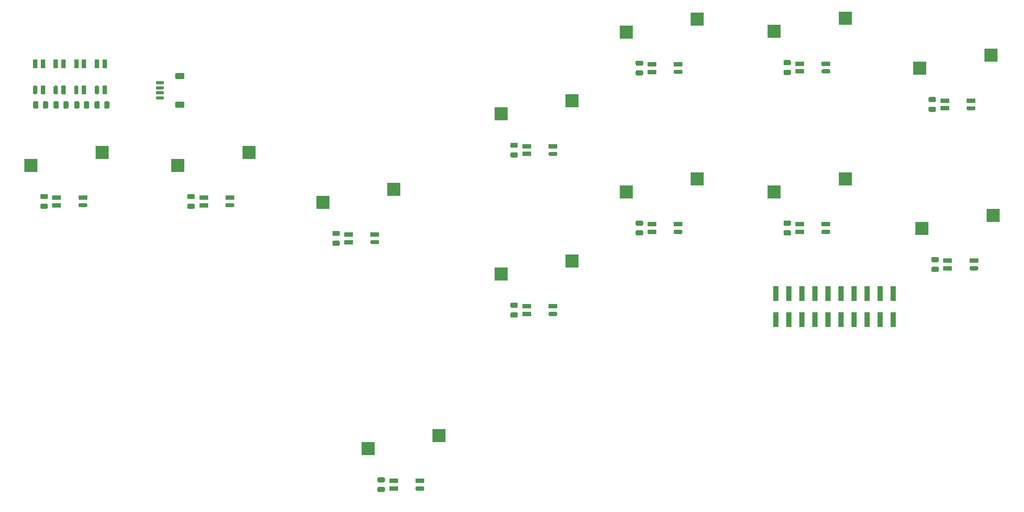
<source format=gbp>
G04 #@! TF.GenerationSoftware,KiCad,Pcbnew,(5.1.9)-1*
G04 #@! TF.CreationDate,2021-09-13T12:17:35-05:00*
G04 #@! TF.ProjectId,OSFRD,4f534652-442e-46b6-9963-61645f706362,rev?*
G04 #@! TF.SameCoordinates,Original*
G04 #@! TF.FileFunction,Paste,Bot*
G04 #@! TF.FilePolarity,Positive*
%FSLAX46Y46*%
G04 Gerber Fmt 4.6, Leading zero omitted, Abs format (unit mm)*
G04 Created by KiCad (PCBNEW (5.1.9)-1) date 2021-09-13 12:17:35*
%MOMM*%
%LPD*%
G01*
G04 APERTURE LIST*
%ADD10R,1.000000X3.000000*%
%ADD11R,0.820000X1.700000*%
%ADD12R,2.550000X2.500000*%
%ADD13R,1.700000X0.820000*%
G04 APERTURE END LIST*
D10*
X204260000Y-94710000D03*
X204260000Y-89670000D03*
X206800000Y-94710000D03*
X206800000Y-89670000D03*
X209340000Y-94710000D03*
X209340000Y-89670000D03*
X211880000Y-94710000D03*
X211880000Y-89670000D03*
X214420000Y-94710000D03*
X214420000Y-89670000D03*
X216960000Y-94710000D03*
X216960000Y-89670000D03*
X219500000Y-94710000D03*
X219500000Y-89670000D03*
X222040000Y-94710000D03*
X222040000Y-89670000D03*
X224580000Y-94710000D03*
X224580000Y-89670000D03*
X227120000Y-94710000D03*
X227120000Y-89670000D03*
G36*
G01*
X72550000Y-52375000D02*
X72550000Y-53325000D01*
G75*
G02*
X72300000Y-53575000I-250000J0D01*
G01*
X71800000Y-53575000D01*
G75*
G02*
X71550000Y-53325000I0J250000D01*
G01*
X71550000Y-52375000D01*
G75*
G02*
X71800000Y-52125000I250000J0D01*
G01*
X72300000Y-52125000D01*
G75*
G02*
X72550000Y-52375000I0J-250000D01*
G01*
G37*
G36*
G01*
X74450000Y-52375000D02*
X74450000Y-53325000D01*
G75*
G02*
X74200000Y-53575000I-250000J0D01*
G01*
X73700000Y-53575000D01*
G75*
G02*
X73450000Y-53325000I0J250000D01*
G01*
X73450000Y-52375000D01*
G75*
G02*
X73700000Y-52125000I250000J0D01*
G01*
X74200000Y-52125000D01*
G75*
G02*
X74450000Y-52375000I0J-250000D01*
G01*
G37*
G36*
G01*
X68600000Y-52375000D02*
X68600000Y-53325000D01*
G75*
G02*
X68350000Y-53575000I-250000J0D01*
G01*
X67850000Y-53575000D01*
G75*
G02*
X67600000Y-53325000I0J250000D01*
G01*
X67600000Y-52375000D01*
G75*
G02*
X67850000Y-52125000I250000J0D01*
G01*
X68350000Y-52125000D01*
G75*
G02*
X68600000Y-52375000I0J-250000D01*
G01*
G37*
G36*
G01*
X70500000Y-52375000D02*
X70500000Y-53325000D01*
G75*
G02*
X70250000Y-53575000I-250000J0D01*
G01*
X69750000Y-53575000D01*
G75*
G02*
X69500000Y-53325000I0J250000D01*
G01*
X69500000Y-52375000D01*
G75*
G02*
X69750000Y-52125000I250000J0D01*
G01*
X70250000Y-52125000D01*
G75*
G02*
X70500000Y-52375000I0J-250000D01*
G01*
G37*
G36*
G01*
X64575000Y-52375000D02*
X64575000Y-53325000D01*
G75*
G02*
X64325000Y-53575000I-250000J0D01*
G01*
X63825000Y-53575000D01*
G75*
G02*
X63575000Y-53325000I0J250000D01*
G01*
X63575000Y-52375000D01*
G75*
G02*
X63825000Y-52125000I250000J0D01*
G01*
X64325000Y-52125000D01*
G75*
G02*
X64575000Y-52375000I0J-250000D01*
G01*
G37*
G36*
G01*
X66475000Y-52375000D02*
X66475000Y-53325000D01*
G75*
G02*
X66225000Y-53575000I-250000J0D01*
G01*
X65725000Y-53575000D01*
G75*
G02*
X65475000Y-53325000I0J250000D01*
G01*
X65475000Y-52375000D01*
G75*
G02*
X65725000Y-52125000I250000J0D01*
G01*
X66225000Y-52125000D01*
G75*
G02*
X66475000Y-52375000I0J-250000D01*
G01*
G37*
G36*
G01*
X60600000Y-52375000D02*
X60600000Y-53325000D01*
G75*
G02*
X60350000Y-53575000I-250000J0D01*
G01*
X59850000Y-53575000D01*
G75*
G02*
X59600000Y-53325000I0J250000D01*
G01*
X59600000Y-52375000D01*
G75*
G02*
X59850000Y-52125000I250000J0D01*
G01*
X60350000Y-52125000D01*
G75*
G02*
X60600000Y-52375000I0J-250000D01*
G01*
G37*
G36*
G01*
X62500000Y-52375000D02*
X62500000Y-53325000D01*
G75*
G02*
X62250000Y-53575000I-250000J0D01*
G01*
X61750000Y-53575000D01*
G75*
G02*
X61500000Y-53325000I0J250000D01*
G01*
X61500000Y-52375000D01*
G75*
G02*
X61750000Y-52125000I250000J0D01*
G01*
X62250000Y-52125000D01*
G75*
G02*
X62500000Y-52375000I0J-250000D01*
G01*
G37*
G36*
G01*
X234810000Y-84410000D02*
X235760000Y-84410000D01*
G75*
G02*
X236010000Y-84660000I0J-250000D01*
G01*
X236010000Y-85160000D01*
G75*
G02*
X235760000Y-85410000I-250000J0D01*
G01*
X234810000Y-85410000D01*
G75*
G02*
X234560000Y-85160000I0J250000D01*
G01*
X234560000Y-84660000D01*
G75*
G02*
X234810000Y-84410000I250000J0D01*
G01*
G37*
G36*
G01*
X234810000Y-82510000D02*
X235760000Y-82510000D01*
G75*
G02*
X236010000Y-82760000I0J-250000D01*
G01*
X236010000Y-83260000D01*
G75*
G02*
X235760000Y-83510000I-250000J0D01*
G01*
X234810000Y-83510000D01*
G75*
G02*
X234560000Y-83260000I0J250000D01*
G01*
X234560000Y-82760000D01*
G75*
G02*
X234810000Y-82510000I250000J0D01*
G01*
G37*
G36*
G01*
X206010000Y-77310000D02*
X206960000Y-77310000D01*
G75*
G02*
X207210000Y-77560000I0J-250000D01*
G01*
X207210000Y-78060000D01*
G75*
G02*
X206960000Y-78310000I-250000J0D01*
G01*
X206010000Y-78310000D01*
G75*
G02*
X205760000Y-78060000I0J250000D01*
G01*
X205760000Y-77560000D01*
G75*
G02*
X206010000Y-77310000I250000J0D01*
G01*
G37*
G36*
G01*
X206010000Y-75410000D02*
X206960000Y-75410000D01*
G75*
G02*
X207210000Y-75660000I0J-250000D01*
G01*
X207210000Y-76160000D01*
G75*
G02*
X206960000Y-76410000I-250000J0D01*
G01*
X206010000Y-76410000D01*
G75*
G02*
X205760000Y-76160000I0J250000D01*
G01*
X205760000Y-75660000D01*
G75*
G02*
X206010000Y-75410000I250000J0D01*
G01*
G37*
G36*
G01*
X177210000Y-77310000D02*
X178160000Y-77310000D01*
G75*
G02*
X178410000Y-77560000I0J-250000D01*
G01*
X178410000Y-78060000D01*
G75*
G02*
X178160000Y-78310000I-250000J0D01*
G01*
X177210000Y-78310000D01*
G75*
G02*
X176960000Y-78060000I0J250000D01*
G01*
X176960000Y-77560000D01*
G75*
G02*
X177210000Y-77310000I250000J0D01*
G01*
G37*
G36*
G01*
X177210000Y-75410000D02*
X178160000Y-75410000D01*
G75*
G02*
X178410000Y-75660000I0J-250000D01*
G01*
X178410000Y-76160000D01*
G75*
G02*
X178160000Y-76410000I-250000J0D01*
G01*
X177210000Y-76410000D01*
G75*
G02*
X176960000Y-76160000I0J250000D01*
G01*
X176960000Y-75660000D01*
G75*
G02*
X177210000Y-75410000I250000J0D01*
G01*
G37*
G36*
G01*
X152810000Y-93310000D02*
X153760000Y-93310000D01*
G75*
G02*
X154010000Y-93560000I0J-250000D01*
G01*
X154010000Y-94060000D01*
G75*
G02*
X153760000Y-94310000I-250000J0D01*
G01*
X152810000Y-94310000D01*
G75*
G02*
X152560000Y-94060000I0J250000D01*
G01*
X152560000Y-93560000D01*
G75*
G02*
X152810000Y-93310000I250000J0D01*
G01*
G37*
G36*
G01*
X152810000Y-91410000D02*
X153760000Y-91410000D01*
G75*
G02*
X154010000Y-91660000I0J-250000D01*
G01*
X154010000Y-92160000D01*
G75*
G02*
X153760000Y-92410000I-250000J0D01*
G01*
X152810000Y-92410000D01*
G75*
G02*
X152560000Y-92160000I0J250000D01*
G01*
X152560000Y-91660000D01*
G75*
G02*
X152810000Y-91410000I250000J0D01*
G01*
G37*
G36*
G01*
X234260000Y-53210000D02*
X235210000Y-53210000D01*
G75*
G02*
X235460000Y-53460000I0J-250000D01*
G01*
X235460000Y-53960000D01*
G75*
G02*
X235210000Y-54210000I-250000J0D01*
G01*
X234260000Y-54210000D01*
G75*
G02*
X234010000Y-53960000I0J250000D01*
G01*
X234010000Y-53460000D01*
G75*
G02*
X234260000Y-53210000I250000J0D01*
G01*
G37*
G36*
G01*
X234260000Y-51310000D02*
X235210000Y-51310000D01*
G75*
G02*
X235460000Y-51560000I0J-250000D01*
G01*
X235460000Y-52060000D01*
G75*
G02*
X235210000Y-52310000I-250000J0D01*
G01*
X234260000Y-52310000D01*
G75*
G02*
X234010000Y-52060000I0J250000D01*
G01*
X234010000Y-51560000D01*
G75*
G02*
X234260000Y-51310000I250000J0D01*
G01*
G37*
G36*
G01*
X206010000Y-46010000D02*
X206960000Y-46010000D01*
G75*
G02*
X207210000Y-46260000I0J-250000D01*
G01*
X207210000Y-46760000D01*
G75*
G02*
X206960000Y-47010000I-250000J0D01*
G01*
X206010000Y-47010000D01*
G75*
G02*
X205760000Y-46760000I0J250000D01*
G01*
X205760000Y-46260000D01*
G75*
G02*
X206010000Y-46010000I250000J0D01*
G01*
G37*
G36*
G01*
X206010000Y-44110000D02*
X206960000Y-44110000D01*
G75*
G02*
X207210000Y-44360000I0J-250000D01*
G01*
X207210000Y-44860000D01*
G75*
G02*
X206960000Y-45110000I-250000J0D01*
G01*
X206010000Y-45110000D01*
G75*
G02*
X205760000Y-44860000I0J250000D01*
G01*
X205760000Y-44360000D01*
G75*
G02*
X206010000Y-44110000I250000J0D01*
G01*
G37*
G36*
G01*
X177210000Y-46110000D02*
X178160000Y-46110000D01*
G75*
G02*
X178410000Y-46360000I0J-250000D01*
G01*
X178410000Y-46860000D01*
G75*
G02*
X178160000Y-47110000I-250000J0D01*
G01*
X177210000Y-47110000D01*
G75*
G02*
X176960000Y-46860000I0J250000D01*
G01*
X176960000Y-46360000D01*
G75*
G02*
X177210000Y-46110000I250000J0D01*
G01*
G37*
G36*
G01*
X177210000Y-44210000D02*
X178160000Y-44210000D01*
G75*
G02*
X178410000Y-44460000I0J-250000D01*
G01*
X178410000Y-44960000D01*
G75*
G02*
X178160000Y-45210000I-250000J0D01*
G01*
X177210000Y-45210000D01*
G75*
G02*
X176960000Y-44960000I0J250000D01*
G01*
X176960000Y-44460000D01*
G75*
G02*
X177210000Y-44210000I250000J0D01*
G01*
G37*
G36*
G01*
X152810000Y-62110000D02*
X153760000Y-62110000D01*
G75*
G02*
X154010000Y-62360000I0J-250000D01*
G01*
X154010000Y-62860000D01*
G75*
G02*
X153760000Y-63110000I-250000J0D01*
G01*
X152810000Y-63110000D01*
G75*
G02*
X152560000Y-62860000I0J250000D01*
G01*
X152560000Y-62360000D01*
G75*
G02*
X152810000Y-62110000I250000J0D01*
G01*
G37*
G36*
G01*
X152810000Y-60210000D02*
X153760000Y-60210000D01*
G75*
G02*
X154010000Y-60460000I0J-250000D01*
G01*
X154010000Y-60960000D01*
G75*
G02*
X153760000Y-61210000I-250000J0D01*
G01*
X152810000Y-61210000D01*
G75*
G02*
X152560000Y-60960000I0J250000D01*
G01*
X152560000Y-60460000D01*
G75*
G02*
X152810000Y-60210000I250000J0D01*
G01*
G37*
G36*
G01*
X118115000Y-79310000D02*
X119065000Y-79310000D01*
G75*
G02*
X119315000Y-79560000I0J-250000D01*
G01*
X119315000Y-80060000D01*
G75*
G02*
X119065000Y-80310000I-250000J0D01*
G01*
X118115000Y-80310000D01*
G75*
G02*
X117865000Y-80060000I0J250000D01*
G01*
X117865000Y-79560000D01*
G75*
G02*
X118115000Y-79310000I250000J0D01*
G01*
G37*
G36*
G01*
X118115000Y-77410000D02*
X119065000Y-77410000D01*
G75*
G02*
X119315000Y-77660000I0J-250000D01*
G01*
X119315000Y-78160000D01*
G75*
G02*
X119065000Y-78410000I-250000J0D01*
G01*
X118115000Y-78410000D01*
G75*
G02*
X117865000Y-78160000I0J250000D01*
G01*
X117865000Y-77660000D01*
G75*
G02*
X118115000Y-77410000I250000J0D01*
G01*
G37*
G36*
G01*
X61245000Y-72110000D02*
X62195000Y-72110000D01*
G75*
G02*
X62445000Y-72360000I0J-250000D01*
G01*
X62445000Y-72860000D01*
G75*
G02*
X62195000Y-73110000I-250000J0D01*
G01*
X61245000Y-73110000D01*
G75*
G02*
X60995000Y-72860000I0J250000D01*
G01*
X60995000Y-72360000D01*
G75*
G02*
X61245000Y-72110000I250000J0D01*
G01*
G37*
G36*
G01*
X61245000Y-70210000D02*
X62195000Y-70210000D01*
G75*
G02*
X62445000Y-70460000I0J-250000D01*
G01*
X62445000Y-70960000D01*
G75*
G02*
X62195000Y-71210000I-250000J0D01*
G01*
X61245000Y-71210000D01*
G75*
G02*
X60995000Y-70960000I0J250000D01*
G01*
X60995000Y-70460000D01*
G75*
G02*
X61245000Y-70210000I250000J0D01*
G01*
G37*
G36*
G01*
X89880000Y-72110000D02*
X90830000Y-72110000D01*
G75*
G02*
X91080000Y-72360000I0J-250000D01*
G01*
X91080000Y-72860000D01*
G75*
G02*
X90830000Y-73110000I-250000J0D01*
G01*
X89880000Y-73110000D01*
G75*
G02*
X89630000Y-72860000I0J250000D01*
G01*
X89630000Y-72360000D01*
G75*
G02*
X89880000Y-72110000I250000J0D01*
G01*
G37*
G36*
G01*
X89880000Y-70210000D02*
X90830000Y-70210000D01*
G75*
G02*
X91080000Y-70460000I0J-250000D01*
G01*
X91080000Y-70960000D01*
G75*
G02*
X90830000Y-71210000I-250000J0D01*
G01*
X89880000Y-71210000D01*
G75*
G02*
X89630000Y-70960000I0J250000D01*
G01*
X89630000Y-70460000D01*
G75*
G02*
X89880000Y-70210000I250000J0D01*
G01*
G37*
G36*
G01*
X126915000Y-127340000D02*
X127865000Y-127340000D01*
G75*
G02*
X128115000Y-127590000I0J-250000D01*
G01*
X128115000Y-128090000D01*
G75*
G02*
X127865000Y-128340000I-250000J0D01*
G01*
X126915000Y-128340000D01*
G75*
G02*
X126665000Y-128090000I0J250000D01*
G01*
X126665000Y-127590000D01*
G75*
G02*
X126915000Y-127340000I250000J0D01*
G01*
G37*
G36*
G01*
X126915000Y-125440000D02*
X127865000Y-125440000D01*
G75*
G02*
X128115000Y-125690000I0J-250000D01*
G01*
X128115000Y-126190000D01*
G75*
G02*
X127865000Y-126440000I-250000J0D01*
G01*
X126915000Y-126440000D01*
G75*
G02*
X126665000Y-126190000I0J250000D01*
G01*
X126665000Y-125690000D01*
G75*
G02*
X126915000Y-125440000I250000J0D01*
G01*
G37*
G36*
G01*
X71795000Y-49100000D02*
X72205000Y-49100000D01*
G75*
G02*
X72410000Y-49305000I0J-205000D01*
G01*
X72410000Y-50595000D01*
G75*
G02*
X72205000Y-50800000I-205000J0D01*
G01*
X71795000Y-50800000D01*
G75*
G02*
X71590000Y-50595000I0J205000D01*
G01*
X71590000Y-49305000D01*
G75*
G02*
X71795000Y-49100000I205000J0D01*
G01*
G37*
D11*
X73500000Y-49950000D03*
X72000000Y-44850000D03*
X73500000Y-44850000D03*
G36*
G01*
X67795000Y-49100000D02*
X68205000Y-49100000D01*
G75*
G02*
X68410000Y-49305000I0J-205000D01*
G01*
X68410000Y-50595000D01*
G75*
G02*
X68205000Y-50800000I-205000J0D01*
G01*
X67795000Y-50800000D01*
G75*
G02*
X67590000Y-50595000I0J205000D01*
G01*
X67590000Y-49305000D01*
G75*
G02*
X67795000Y-49100000I205000J0D01*
G01*
G37*
X69500000Y-49950000D03*
X68000000Y-44850000D03*
X69500000Y-44850000D03*
G36*
G01*
X63795000Y-49100000D02*
X64205000Y-49100000D01*
G75*
G02*
X64410000Y-49305000I0J-205000D01*
G01*
X64410000Y-50595000D01*
G75*
G02*
X64205000Y-50800000I-205000J0D01*
G01*
X63795000Y-50800000D01*
G75*
G02*
X63590000Y-50595000I0J205000D01*
G01*
X63590000Y-49305000D01*
G75*
G02*
X63795000Y-49100000I205000J0D01*
G01*
G37*
X65500000Y-49950000D03*
X64000000Y-44850000D03*
X65500000Y-44850000D03*
G36*
G01*
X59795000Y-49100000D02*
X60205000Y-49100000D01*
G75*
G02*
X60410000Y-49305000I0J-205000D01*
G01*
X60410000Y-50595000D01*
G75*
G02*
X60205000Y-50800000I-205000J0D01*
G01*
X59795000Y-50800000D01*
G75*
G02*
X59590000Y-50595000I0J205000D01*
G01*
X59590000Y-49305000D01*
G75*
G02*
X59795000Y-49100000I205000J0D01*
G01*
G37*
X61500000Y-49950000D03*
X60000000Y-44850000D03*
X61500000Y-44850000D03*
G36*
G01*
X87504999Y-52210000D02*
X88805001Y-52210000D01*
G75*
G02*
X89055000Y-52459999I0J-249999D01*
G01*
X89055000Y-53160001D01*
G75*
G02*
X88805001Y-53410000I-249999J0D01*
G01*
X87504999Y-53410000D01*
G75*
G02*
X87255000Y-53160001I0J249999D01*
G01*
X87255000Y-52459999D01*
G75*
G02*
X87504999Y-52210000I249999J0D01*
G01*
G37*
G36*
G01*
X87504999Y-46610000D02*
X88805001Y-46610000D01*
G75*
G02*
X89055000Y-46859999I0J-249999D01*
G01*
X89055000Y-47560001D01*
G75*
G02*
X88805001Y-47810000I-249999J0D01*
G01*
X87504999Y-47810000D01*
G75*
G02*
X87255000Y-47560001I0J249999D01*
G01*
X87255000Y-46859999D01*
G75*
G02*
X87504999Y-46610000I249999J0D01*
G01*
G37*
G36*
G01*
X83655000Y-51210000D02*
X84905000Y-51210000D01*
G75*
G02*
X85055000Y-51360000I0J-150000D01*
G01*
X85055000Y-51660000D01*
G75*
G02*
X84905000Y-51810000I-150000J0D01*
G01*
X83655000Y-51810000D01*
G75*
G02*
X83505000Y-51660000I0J150000D01*
G01*
X83505000Y-51360000D01*
G75*
G02*
X83655000Y-51210000I150000J0D01*
G01*
G37*
G36*
G01*
X83655000Y-50210000D02*
X84905000Y-50210000D01*
G75*
G02*
X85055000Y-50360000I0J-150000D01*
G01*
X85055000Y-50660000D01*
G75*
G02*
X84905000Y-50810000I-150000J0D01*
G01*
X83655000Y-50810000D01*
G75*
G02*
X83505000Y-50660000I0J150000D01*
G01*
X83505000Y-50360000D01*
G75*
G02*
X83655000Y-50210000I150000J0D01*
G01*
G37*
G36*
G01*
X83655000Y-49210000D02*
X84905000Y-49210000D01*
G75*
G02*
X85055000Y-49360000I0J-150000D01*
G01*
X85055000Y-49660000D01*
G75*
G02*
X84905000Y-49810000I-150000J0D01*
G01*
X83655000Y-49810000D01*
G75*
G02*
X83505000Y-49660000I0J150000D01*
G01*
X83505000Y-49360000D01*
G75*
G02*
X83655000Y-49210000I150000J0D01*
G01*
G37*
G36*
G01*
X83655000Y-48210000D02*
X84905000Y-48210000D01*
G75*
G02*
X85055000Y-48360000I0J-150000D01*
G01*
X85055000Y-48660000D01*
G75*
G02*
X84905000Y-48810000I-150000J0D01*
G01*
X83655000Y-48810000D01*
G75*
G02*
X83505000Y-48660000I0J150000D01*
G01*
X83505000Y-48360000D01*
G75*
G02*
X83655000Y-48210000I150000J0D01*
G01*
G37*
D12*
X150725000Y-85820000D03*
X164575000Y-83280000D03*
G36*
G01*
X241985000Y-84915000D02*
X241985000Y-84505000D01*
G75*
G02*
X242190000Y-84300000I205000J0D01*
G01*
X243480000Y-84300000D01*
G75*
G02*
X243685000Y-84505000I0J-205000D01*
G01*
X243685000Y-84915000D01*
G75*
G02*
X243480000Y-85120000I-205000J0D01*
G01*
X242190000Y-85120000D01*
G75*
G02*
X241985000Y-84915000I0J205000D01*
G01*
G37*
D13*
X242835000Y-83210000D03*
X237735000Y-84710000D03*
X237735000Y-83210000D03*
G36*
G01*
X213185000Y-77815000D02*
X213185000Y-77405000D01*
G75*
G02*
X213390000Y-77200000I205000J0D01*
G01*
X214680000Y-77200000D01*
G75*
G02*
X214885000Y-77405000I0J-205000D01*
G01*
X214885000Y-77815000D01*
G75*
G02*
X214680000Y-78020000I-205000J0D01*
G01*
X213390000Y-78020000D01*
G75*
G02*
X213185000Y-77815000I0J205000D01*
G01*
G37*
X214035000Y-76110000D03*
X208935000Y-77610000D03*
X208935000Y-76110000D03*
G36*
G01*
X184385000Y-77815000D02*
X184385000Y-77405000D01*
G75*
G02*
X184590000Y-77200000I205000J0D01*
G01*
X185880000Y-77200000D01*
G75*
G02*
X186085000Y-77405000I0J-205000D01*
G01*
X186085000Y-77815000D01*
G75*
G02*
X185880000Y-78020000I-205000J0D01*
G01*
X184590000Y-78020000D01*
G75*
G02*
X184385000Y-77815000I0J205000D01*
G01*
G37*
X185235000Y-76110000D03*
X180135000Y-77610000D03*
X180135000Y-76110000D03*
G36*
G01*
X159985000Y-93815000D02*
X159985000Y-93405000D01*
G75*
G02*
X160190000Y-93200000I205000J0D01*
G01*
X161480000Y-93200000D01*
G75*
G02*
X161685000Y-93405000I0J-205000D01*
G01*
X161685000Y-93815000D01*
G75*
G02*
X161480000Y-94020000I-205000J0D01*
G01*
X160190000Y-94020000D01*
G75*
G02*
X159985000Y-93815000I0J205000D01*
G01*
G37*
X160835000Y-92110000D03*
X155735000Y-93610000D03*
X155735000Y-92110000D03*
G36*
G01*
X241435000Y-53715000D02*
X241435000Y-53305000D01*
G75*
G02*
X241640000Y-53100000I205000J0D01*
G01*
X242930000Y-53100000D01*
G75*
G02*
X243135000Y-53305000I0J-205000D01*
G01*
X243135000Y-53715000D01*
G75*
G02*
X242930000Y-53920000I-205000J0D01*
G01*
X241640000Y-53920000D01*
G75*
G02*
X241435000Y-53715000I0J205000D01*
G01*
G37*
X242285000Y-52010000D03*
X237185000Y-53510000D03*
X237185000Y-52010000D03*
G36*
G01*
X213185000Y-46515000D02*
X213185000Y-46105000D01*
G75*
G02*
X213390000Y-45900000I205000J0D01*
G01*
X214680000Y-45900000D01*
G75*
G02*
X214885000Y-46105000I0J-205000D01*
G01*
X214885000Y-46515000D01*
G75*
G02*
X214680000Y-46720000I-205000J0D01*
G01*
X213390000Y-46720000D01*
G75*
G02*
X213185000Y-46515000I0J205000D01*
G01*
G37*
X214035000Y-44810000D03*
X208935000Y-46310000D03*
X208935000Y-44810000D03*
G36*
G01*
X184385000Y-46615000D02*
X184385000Y-46205000D01*
G75*
G02*
X184590000Y-46000000I205000J0D01*
G01*
X185880000Y-46000000D01*
G75*
G02*
X186085000Y-46205000I0J-205000D01*
G01*
X186085000Y-46615000D01*
G75*
G02*
X185880000Y-46820000I-205000J0D01*
G01*
X184590000Y-46820000D01*
G75*
G02*
X184385000Y-46615000I0J205000D01*
G01*
G37*
X185235000Y-44910000D03*
X180135000Y-46410000D03*
X180135000Y-44910000D03*
G36*
G01*
X159985000Y-62615000D02*
X159985000Y-62205000D01*
G75*
G02*
X160190000Y-62000000I205000J0D01*
G01*
X161480000Y-62000000D01*
G75*
G02*
X161685000Y-62205000I0J-205000D01*
G01*
X161685000Y-62615000D01*
G75*
G02*
X161480000Y-62820000I-205000J0D01*
G01*
X160190000Y-62820000D01*
G75*
G02*
X159985000Y-62615000I0J205000D01*
G01*
G37*
X160835000Y-60910000D03*
X155735000Y-62410000D03*
X155735000Y-60910000D03*
D12*
X232725000Y-76920000D03*
X246575000Y-74380000D03*
X203925000Y-69820000D03*
X217775000Y-67280000D03*
X175125000Y-69820000D03*
X188975000Y-67280000D03*
X232325000Y-45720000D03*
X246175000Y-43180000D03*
X203925000Y-38520000D03*
X217775000Y-35980000D03*
X175125000Y-38620000D03*
X188975000Y-36080000D03*
X150725000Y-54620000D03*
X164575000Y-52080000D03*
G36*
G01*
X125290000Y-79815000D02*
X125290000Y-79405000D01*
G75*
G02*
X125495000Y-79200000I205000J0D01*
G01*
X126785000Y-79200000D01*
G75*
G02*
X126990000Y-79405000I0J-205000D01*
G01*
X126990000Y-79815000D01*
G75*
G02*
X126785000Y-80020000I-205000J0D01*
G01*
X125495000Y-80020000D01*
G75*
G02*
X125290000Y-79815000I0J205000D01*
G01*
G37*
D13*
X126140000Y-78110000D03*
X121040000Y-79610000D03*
X121040000Y-78110000D03*
G36*
G01*
X68420000Y-72615000D02*
X68420000Y-72205000D01*
G75*
G02*
X68625000Y-72000000I205000J0D01*
G01*
X69915000Y-72000000D01*
G75*
G02*
X70120000Y-72205000I0J-205000D01*
G01*
X70120000Y-72615000D01*
G75*
G02*
X69915000Y-72820000I-205000J0D01*
G01*
X68625000Y-72820000D01*
G75*
G02*
X68420000Y-72615000I0J205000D01*
G01*
G37*
X69270000Y-70910000D03*
X64170000Y-72410000D03*
X64170000Y-70910000D03*
G36*
G01*
X97055000Y-72615000D02*
X97055000Y-72205000D01*
G75*
G02*
X97260000Y-72000000I205000J0D01*
G01*
X98550000Y-72000000D01*
G75*
G02*
X98755000Y-72205000I0J-205000D01*
G01*
X98755000Y-72615000D01*
G75*
G02*
X98550000Y-72820000I-205000J0D01*
G01*
X97260000Y-72820000D01*
G75*
G02*
X97055000Y-72615000I0J205000D01*
G01*
G37*
X97905000Y-70910000D03*
X92805000Y-72410000D03*
X92805000Y-70910000D03*
G36*
G01*
X134090000Y-127845000D02*
X134090000Y-127435000D01*
G75*
G02*
X134295000Y-127230000I205000J0D01*
G01*
X135585000Y-127230000D01*
G75*
G02*
X135790000Y-127435000I0J-205000D01*
G01*
X135790000Y-127845000D01*
G75*
G02*
X135585000Y-128050000I-205000J0D01*
G01*
X134295000Y-128050000D01*
G75*
G02*
X134090000Y-127845000I0J205000D01*
G01*
G37*
X134940000Y-126140000D03*
X129840000Y-127640000D03*
X129840000Y-126140000D03*
D12*
X87795000Y-64620000D03*
X101645000Y-62080000D03*
X124830000Y-119850000D03*
X138680000Y-117310000D03*
X116030000Y-71820000D03*
X129880000Y-69280000D03*
X59160000Y-64620000D03*
X73010000Y-62080000D03*
M02*

</source>
